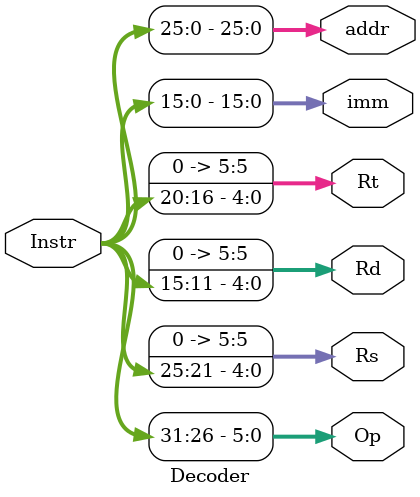
<source format=v>

module Decoder
(
  input[31:0] Instr,
  output[5:0] Op, Rs, Rd, Rt,
  output[15:0] imm,
  output[25:0] addr
);

  assign Op = Instr[31:26];
  assign Rs = Instr[25:21];
  assign Rt = Instr[20:16];
  assign Rd = Instr[15:11];
  assign imm = Instr[15:0];
  assign addr = Instr[25:0];
endmodule

</source>
